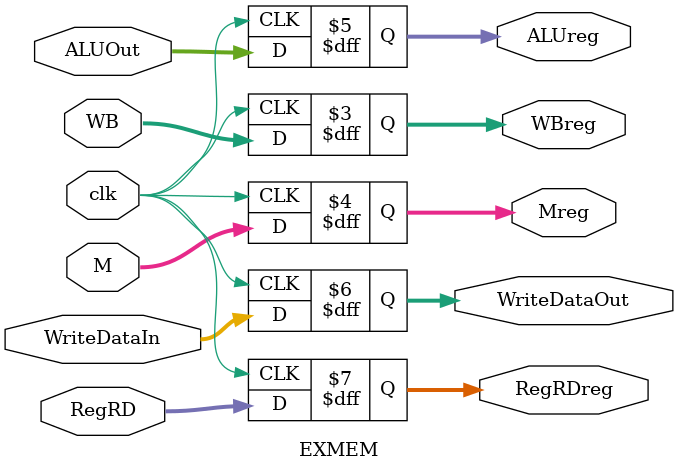
<source format=v>
module EXMEM(clk,WB,M,ALUOut,RegRD,WriteDataIn,Mreg,WBreg,ALUreg,RegRDreg,WriteDataOut);
 input clk;
 input [1:0] WB;
 input [2:0] M;
 input [4:0] RegRD;
 input [31:0] ALUOut,WriteDataIn;
 output [1:0] WBreg;
 output [2:0] Mreg;
 output [31:0] ALUreg,WriteDataOut;
 output [4:0] RegRDreg;
 reg [1:0] WBreg;
 reg [2:0] Mreg;
 reg [31:0] ALUreg,WriteDataOut;
 reg [4:0] RegRDreg;

 initial begin
 WBreg=0;
 Mreg=0;
 ALUreg=0;
 WriteDataOut=0;
 RegRDreg=0;
 end


 always@(posedge clk)
 begin
 WBreg <= WB;
 Mreg <= M;
 ALUreg <= ALUOut;
 RegRDreg <= RegRD;
 WriteDataOut <= WriteDataIn;
 end
endmodule
</source>
